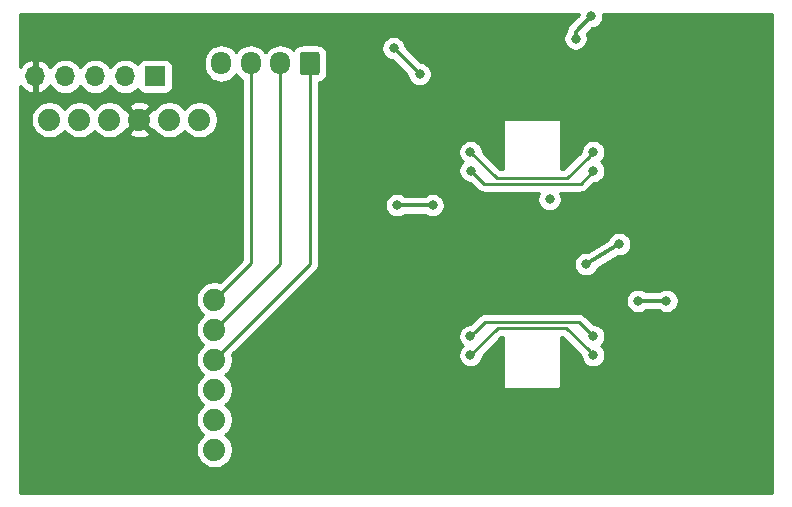
<source format=gbr>
G04 #@! TF.GenerationSoftware,KiCad,Pcbnew,5.1.4*
G04 #@! TF.CreationDate,2019-11-19T13:40:08+01:00*
G04 #@! TF.ProjectId,lamp,6c616d70-2e6b-4696-9361-645f70636258,rev?*
G04 #@! TF.SameCoordinates,Original*
G04 #@! TF.FileFunction,Copper,L2,Bot*
G04 #@! TF.FilePolarity,Positive*
%FSLAX46Y46*%
G04 Gerber Fmt 4.6, Leading zero omitted, Abs format (unit mm)*
G04 Created by KiCad (PCBNEW 5.1.4) date 2019-11-19 13:40:08*
%MOMM*%
%LPD*%
G04 APERTURE LIST*
%ADD10O,1.700000X1.950000*%
%ADD11C,0.100000*%
%ADD12C,1.700000*%
%ADD13C,1.879600*%
%ADD14O,1.700000X1.700000*%
%ADD15R,1.700000X1.700000*%
%ADD16C,0.800000*%
%ADD17C,0.250000*%
%ADD18C,0.350000*%
%ADD19C,0.254000*%
G04 APERTURE END LIST*
D10*
X37700000Y-108900000D03*
X40200000Y-108900000D03*
X42700000Y-108900000D03*
D11*
G36*
X45824504Y-107926204D02*
G01*
X45848773Y-107929804D01*
X45872571Y-107935765D01*
X45895671Y-107944030D01*
X45917849Y-107954520D01*
X45938893Y-107967133D01*
X45958598Y-107981747D01*
X45976777Y-107998223D01*
X45993253Y-108016402D01*
X46007867Y-108036107D01*
X46020480Y-108057151D01*
X46030970Y-108079329D01*
X46039235Y-108102429D01*
X46045196Y-108126227D01*
X46048796Y-108150496D01*
X46050000Y-108175000D01*
X46050000Y-109625000D01*
X46048796Y-109649504D01*
X46045196Y-109673773D01*
X46039235Y-109697571D01*
X46030970Y-109720671D01*
X46020480Y-109742849D01*
X46007867Y-109763893D01*
X45993253Y-109783598D01*
X45976777Y-109801777D01*
X45958598Y-109818253D01*
X45938893Y-109832867D01*
X45917849Y-109845480D01*
X45895671Y-109855970D01*
X45872571Y-109864235D01*
X45848773Y-109870196D01*
X45824504Y-109873796D01*
X45800000Y-109875000D01*
X44600000Y-109875000D01*
X44575496Y-109873796D01*
X44551227Y-109870196D01*
X44527429Y-109864235D01*
X44504329Y-109855970D01*
X44482151Y-109845480D01*
X44461107Y-109832867D01*
X44441402Y-109818253D01*
X44423223Y-109801777D01*
X44406747Y-109783598D01*
X44392133Y-109763893D01*
X44379520Y-109742849D01*
X44369030Y-109720671D01*
X44360765Y-109697571D01*
X44354804Y-109673773D01*
X44351204Y-109649504D01*
X44350000Y-109625000D01*
X44350000Y-108175000D01*
X44351204Y-108150496D01*
X44354804Y-108126227D01*
X44360765Y-108102429D01*
X44369030Y-108079329D01*
X44379520Y-108057151D01*
X44392133Y-108036107D01*
X44406747Y-108016402D01*
X44423223Y-107998223D01*
X44441402Y-107981747D01*
X44461107Y-107967133D01*
X44482151Y-107954520D01*
X44504329Y-107944030D01*
X44527429Y-107935765D01*
X44551227Y-107929804D01*
X44575496Y-107926204D01*
X44600000Y-107925000D01*
X45800000Y-107925000D01*
X45824504Y-107926204D01*
X45824504Y-107926204D01*
G37*
D12*
X45200000Y-108900000D03*
D13*
X37120000Y-131440000D03*
X37120000Y-141600000D03*
X35850000Y-113660000D03*
X30770000Y-113660000D03*
X37120000Y-139060000D03*
X25690000Y-113660000D03*
X33310000Y-113660000D03*
X23150000Y-113660000D03*
X28230000Y-113660000D03*
X37120000Y-133980000D03*
X37120000Y-136520000D03*
X37120000Y-128900000D03*
D14*
X21940000Y-110000000D03*
X24480000Y-110000000D03*
X27020000Y-110000000D03*
X29560000Y-110000000D03*
D15*
X32100000Y-110000000D03*
D16*
X69200000Y-116400000D03*
X58800000Y-116400000D03*
X69200000Y-118000000D03*
X58823015Y-117976985D03*
X58800000Y-133600000D03*
X69200000Y-133600000D03*
X58800000Y-132000000D03*
X69200000Y-132000000D03*
X75400000Y-117800000D03*
X60150000Y-138650000D03*
X70700000Y-119600000D03*
X69300000Y-130400000D03*
X65600000Y-109100000D03*
X58500000Y-119600000D03*
X53950000Y-130550000D03*
X71400000Y-125800000D03*
X67700000Y-106800000D03*
X69000000Y-104900000D03*
X65500000Y-120400000D03*
X71400000Y-124200000D03*
X68600000Y-125900000D03*
X73000000Y-129000000D03*
X75400000Y-129000000D03*
X55600000Y-120900000D03*
X52600000Y-120900000D03*
X54500000Y-109800000D03*
X52300000Y-107600000D03*
D17*
X68800001Y-116799999D02*
X69200000Y-116400000D01*
X66974990Y-118625010D02*
X68800001Y-116799999D01*
X61025010Y-118625010D02*
X66974990Y-118625010D01*
X58800000Y-116400000D02*
X61025010Y-118625010D01*
X69200000Y-118000000D02*
X68124979Y-119075021D01*
X59223014Y-118376984D02*
X58823015Y-117976985D01*
X68124979Y-119075021D02*
X59921051Y-119075021D01*
X59921051Y-119075021D02*
X59223014Y-118376984D01*
X66900000Y-131300000D02*
X68800001Y-133200001D01*
X68800001Y-133200001D02*
X69200000Y-133600000D01*
X58800000Y-133600000D02*
X61100000Y-131300000D01*
X61100000Y-131300000D02*
X66900000Y-131300000D01*
X59199999Y-131600001D02*
X58800000Y-132000000D01*
X69200000Y-132000000D02*
X68000000Y-130800000D01*
X60000000Y-130800000D02*
X59199999Y-131600001D01*
X68000000Y-130800000D02*
X60000000Y-130800000D01*
D18*
X67700000Y-106800000D02*
X67700000Y-106200000D01*
X67700000Y-106200000D02*
X69000000Y-104900000D01*
X68600000Y-125900000D02*
X71400000Y-124200000D01*
X73000000Y-129000000D02*
X75400000Y-129000000D01*
X55600000Y-120900000D02*
X52600000Y-120900000D01*
X54500000Y-109800000D02*
X52300000Y-107600000D01*
D17*
X42700000Y-125860000D02*
X37120000Y-131440000D01*
X42700000Y-108600000D02*
X42700000Y-125860000D01*
X45200000Y-125900000D02*
X45200000Y-108600000D01*
X37120000Y-133980000D02*
X45200000Y-125900000D01*
X40200000Y-125820000D02*
X37120000Y-128900000D01*
X40200000Y-108600000D02*
X40200000Y-125820000D01*
D19*
G36*
X67967129Y-104787359D02*
G01*
X67155383Y-105599105D01*
X67124473Y-105624472D01*
X67099108Y-105655380D01*
X67023251Y-105747811D01*
X66992804Y-105804774D01*
X66948037Y-105888527D01*
X66901720Y-106041212D01*
X66891260Y-106147414D01*
X66782795Y-106309744D01*
X66704774Y-106498102D01*
X66665000Y-106698061D01*
X66665000Y-106901939D01*
X66704774Y-107101898D01*
X66782795Y-107290256D01*
X66896063Y-107459774D01*
X67040226Y-107603937D01*
X67209744Y-107717205D01*
X67398102Y-107795226D01*
X67598061Y-107835000D01*
X67801939Y-107835000D01*
X68001898Y-107795226D01*
X68190256Y-107717205D01*
X68359774Y-107603937D01*
X68503937Y-107459774D01*
X68617205Y-107290256D01*
X68695226Y-107101898D01*
X68735000Y-106901939D01*
X68735000Y-106698061D01*
X68695226Y-106498102D01*
X68651932Y-106393581D01*
X69112641Y-105932871D01*
X69301898Y-105895226D01*
X69490256Y-105817205D01*
X69659774Y-105703937D01*
X69803937Y-105559774D01*
X69917205Y-105390256D01*
X69995226Y-105201898D01*
X70035000Y-105001939D01*
X70035000Y-104798061D01*
X70014500Y-104695000D01*
X84305001Y-104695000D01*
X84305000Y-145305000D01*
X20695000Y-145305000D01*
X20695000Y-128744896D01*
X35545200Y-128744896D01*
X35545200Y-129055104D01*
X35605718Y-129359352D01*
X35724430Y-129645948D01*
X35896773Y-129903877D01*
X36116123Y-130123227D01*
X36186124Y-130170000D01*
X36116123Y-130216773D01*
X35896773Y-130436123D01*
X35724430Y-130694052D01*
X35605718Y-130980648D01*
X35545200Y-131284896D01*
X35545200Y-131595104D01*
X35605718Y-131899352D01*
X35724430Y-132185948D01*
X35896773Y-132443877D01*
X36116123Y-132663227D01*
X36186124Y-132710000D01*
X36116123Y-132756773D01*
X35896773Y-132976123D01*
X35724430Y-133234052D01*
X35605718Y-133520648D01*
X35545200Y-133824896D01*
X35545200Y-134135104D01*
X35605718Y-134439352D01*
X35724430Y-134725948D01*
X35896773Y-134983877D01*
X36116123Y-135203227D01*
X36186124Y-135250000D01*
X36116123Y-135296773D01*
X35896773Y-135516123D01*
X35724430Y-135774052D01*
X35605718Y-136060648D01*
X35545200Y-136364896D01*
X35545200Y-136675104D01*
X35605718Y-136979352D01*
X35724430Y-137265948D01*
X35896773Y-137523877D01*
X36116123Y-137743227D01*
X36186124Y-137790000D01*
X36116123Y-137836773D01*
X35896773Y-138056123D01*
X35724430Y-138314052D01*
X35605718Y-138600648D01*
X35545200Y-138904896D01*
X35545200Y-139215104D01*
X35605718Y-139519352D01*
X35724430Y-139805948D01*
X35896773Y-140063877D01*
X36116123Y-140283227D01*
X36186124Y-140330000D01*
X36116123Y-140376773D01*
X35896773Y-140596123D01*
X35724430Y-140854052D01*
X35605718Y-141140648D01*
X35545200Y-141444896D01*
X35545200Y-141755104D01*
X35605718Y-142059352D01*
X35724430Y-142345948D01*
X35896773Y-142603877D01*
X36116123Y-142823227D01*
X36374052Y-142995570D01*
X36660648Y-143114282D01*
X36964896Y-143174800D01*
X37275104Y-143174800D01*
X37579352Y-143114282D01*
X37865948Y-142995570D01*
X38123877Y-142823227D01*
X38343227Y-142603877D01*
X38515570Y-142345948D01*
X38634282Y-142059352D01*
X38694800Y-141755104D01*
X38694800Y-141444896D01*
X38634282Y-141140648D01*
X38515570Y-140854052D01*
X38343227Y-140596123D01*
X38123877Y-140376773D01*
X38053876Y-140330000D01*
X38123877Y-140283227D01*
X38343227Y-140063877D01*
X38515570Y-139805948D01*
X38634282Y-139519352D01*
X38694800Y-139215104D01*
X38694800Y-138904896D01*
X38634282Y-138600648D01*
X38515570Y-138314052D01*
X38343227Y-138056123D01*
X38123877Y-137836773D01*
X38053876Y-137790000D01*
X38123877Y-137743227D01*
X38343227Y-137523877D01*
X38515570Y-137265948D01*
X38634282Y-136979352D01*
X38694800Y-136675104D01*
X38694800Y-136364896D01*
X38634282Y-136060648D01*
X38515570Y-135774052D01*
X38343227Y-135516123D01*
X38123877Y-135296773D01*
X38053876Y-135250000D01*
X38123877Y-135203227D01*
X38343227Y-134983877D01*
X38515570Y-134725948D01*
X38634282Y-134439352D01*
X38694800Y-134135104D01*
X38694800Y-133824896D01*
X38637579Y-133537222D01*
X40276740Y-131898061D01*
X57765000Y-131898061D01*
X57765000Y-132101939D01*
X57804774Y-132301898D01*
X57882795Y-132490256D01*
X57996063Y-132659774D01*
X58136289Y-132800000D01*
X57996063Y-132940226D01*
X57882795Y-133109744D01*
X57804774Y-133298102D01*
X57765000Y-133498061D01*
X57765000Y-133701939D01*
X57804774Y-133901898D01*
X57882795Y-134090256D01*
X57996063Y-134259774D01*
X58140226Y-134403937D01*
X58309744Y-134517205D01*
X58498102Y-134595226D01*
X58698061Y-134635000D01*
X58901939Y-134635000D01*
X59101898Y-134595226D01*
X59290256Y-134517205D01*
X59459774Y-134403937D01*
X59603937Y-134259774D01*
X59717205Y-134090256D01*
X59795226Y-133901898D01*
X59835000Y-133701939D01*
X59835000Y-133639801D01*
X61414802Y-132060000D01*
X61573000Y-132060000D01*
X61573000Y-136300000D01*
X61575440Y-136324776D01*
X61582667Y-136348601D01*
X61594403Y-136370557D01*
X61610197Y-136389803D01*
X61629443Y-136405597D01*
X61651399Y-136417333D01*
X61675224Y-136424560D01*
X61700000Y-136427000D01*
X66300000Y-136427000D01*
X66324776Y-136424560D01*
X66348601Y-136417333D01*
X66370557Y-136405597D01*
X66389803Y-136389803D01*
X66405597Y-136370557D01*
X66417333Y-136348601D01*
X66424560Y-136324776D01*
X66427000Y-136300000D01*
X66427000Y-132060000D01*
X66585199Y-132060000D01*
X68165000Y-133639802D01*
X68165000Y-133701939D01*
X68204774Y-133901898D01*
X68282795Y-134090256D01*
X68396063Y-134259774D01*
X68540226Y-134403937D01*
X68709744Y-134517205D01*
X68898102Y-134595226D01*
X69098061Y-134635000D01*
X69301939Y-134635000D01*
X69501898Y-134595226D01*
X69690256Y-134517205D01*
X69859774Y-134403937D01*
X70003937Y-134259774D01*
X70117205Y-134090256D01*
X70195226Y-133901898D01*
X70235000Y-133701939D01*
X70235000Y-133498061D01*
X70195226Y-133298102D01*
X70117205Y-133109744D01*
X70003937Y-132940226D01*
X69863711Y-132800000D01*
X70003937Y-132659774D01*
X70117205Y-132490256D01*
X70195226Y-132301898D01*
X70235000Y-132101939D01*
X70235000Y-131898061D01*
X70195226Y-131698102D01*
X70117205Y-131509744D01*
X70003937Y-131340226D01*
X69859774Y-131196063D01*
X69690256Y-131082795D01*
X69501898Y-131004774D01*
X69301939Y-130965000D01*
X69239802Y-130965000D01*
X68563804Y-130289003D01*
X68540001Y-130259999D01*
X68424276Y-130165026D01*
X68292247Y-130094454D01*
X68148986Y-130050997D01*
X68037333Y-130040000D01*
X68037322Y-130040000D01*
X68000000Y-130036324D01*
X67962678Y-130040000D01*
X60037322Y-130040000D01*
X59999999Y-130036324D01*
X59962676Y-130040000D01*
X59962667Y-130040000D01*
X59851014Y-130050997D01*
X59707753Y-130094454D01*
X59575724Y-130165026D01*
X59459999Y-130259999D01*
X59436201Y-130288998D01*
X58760199Y-130965000D01*
X58698061Y-130965000D01*
X58498102Y-131004774D01*
X58309744Y-131082795D01*
X58140226Y-131196063D01*
X57996063Y-131340226D01*
X57882795Y-131509744D01*
X57804774Y-131698102D01*
X57765000Y-131898061D01*
X40276740Y-131898061D01*
X43276740Y-128898061D01*
X71965000Y-128898061D01*
X71965000Y-129101939D01*
X72004774Y-129301898D01*
X72082795Y-129490256D01*
X72196063Y-129659774D01*
X72340226Y-129803937D01*
X72509744Y-129917205D01*
X72698102Y-129995226D01*
X72898061Y-130035000D01*
X73101939Y-130035000D01*
X73301898Y-129995226D01*
X73490256Y-129917205D01*
X73650700Y-129810000D01*
X74749300Y-129810000D01*
X74909744Y-129917205D01*
X75098102Y-129995226D01*
X75298061Y-130035000D01*
X75501939Y-130035000D01*
X75701898Y-129995226D01*
X75890256Y-129917205D01*
X76059774Y-129803937D01*
X76203937Y-129659774D01*
X76317205Y-129490256D01*
X76395226Y-129301898D01*
X76435000Y-129101939D01*
X76435000Y-128898061D01*
X76395226Y-128698102D01*
X76317205Y-128509744D01*
X76203937Y-128340226D01*
X76059774Y-128196063D01*
X75890256Y-128082795D01*
X75701898Y-128004774D01*
X75501939Y-127965000D01*
X75298061Y-127965000D01*
X75098102Y-128004774D01*
X74909744Y-128082795D01*
X74749300Y-128190000D01*
X73650700Y-128190000D01*
X73490256Y-128082795D01*
X73301898Y-128004774D01*
X73101939Y-127965000D01*
X72898061Y-127965000D01*
X72698102Y-128004774D01*
X72509744Y-128082795D01*
X72340226Y-128196063D01*
X72196063Y-128340226D01*
X72082795Y-128509744D01*
X72004774Y-128698102D01*
X71965000Y-128898061D01*
X43276740Y-128898061D01*
X45711004Y-126463798D01*
X45740001Y-126440001D01*
X45834974Y-126324276D01*
X45905546Y-126192247D01*
X45949003Y-126048986D01*
X45960000Y-125937333D01*
X45960000Y-125937332D01*
X45963677Y-125900000D01*
X45960000Y-125862667D01*
X45960000Y-125798061D01*
X67565000Y-125798061D01*
X67565000Y-126001939D01*
X67604774Y-126201898D01*
X67682795Y-126390256D01*
X67796063Y-126559774D01*
X67940226Y-126703937D01*
X68109744Y-126817205D01*
X68298102Y-126895226D01*
X68498061Y-126935000D01*
X68701939Y-126935000D01*
X68901898Y-126895226D01*
X69090256Y-126817205D01*
X69259774Y-126703937D01*
X69403937Y-126559774D01*
X69517205Y-126390256D01*
X69572282Y-126257289D01*
X71266420Y-125228706D01*
X71298061Y-125235000D01*
X71501939Y-125235000D01*
X71701898Y-125195226D01*
X71890256Y-125117205D01*
X72059774Y-125003937D01*
X72203937Y-124859774D01*
X72317205Y-124690256D01*
X72395226Y-124501898D01*
X72435000Y-124301939D01*
X72435000Y-124098061D01*
X72395226Y-123898102D01*
X72317205Y-123709744D01*
X72203937Y-123540226D01*
X72059774Y-123396063D01*
X71890256Y-123282795D01*
X71701898Y-123204774D01*
X71501939Y-123165000D01*
X71298061Y-123165000D01*
X71098102Y-123204774D01*
X70909744Y-123282795D01*
X70740226Y-123396063D01*
X70596063Y-123540226D01*
X70482795Y-123709744D01*
X70427718Y-123842710D01*
X68733581Y-124871294D01*
X68701939Y-124865000D01*
X68498061Y-124865000D01*
X68298102Y-124904774D01*
X68109744Y-124982795D01*
X67940226Y-125096063D01*
X67796063Y-125240226D01*
X67682795Y-125409744D01*
X67604774Y-125598102D01*
X67565000Y-125798061D01*
X45960000Y-125798061D01*
X45960000Y-120798061D01*
X51565000Y-120798061D01*
X51565000Y-121001939D01*
X51604774Y-121201898D01*
X51682795Y-121390256D01*
X51796063Y-121559774D01*
X51940226Y-121703937D01*
X52109744Y-121817205D01*
X52298102Y-121895226D01*
X52498061Y-121935000D01*
X52701939Y-121935000D01*
X52901898Y-121895226D01*
X53090256Y-121817205D01*
X53250700Y-121710000D01*
X54949300Y-121710000D01*
X55109744Y-121817205D01*
X55298102Y-121895226D01*
X55498061Y-121935000D01*
X55701939Y-121935000D01*
X55901898Y-121895226D01*
X56090256Y-121817205D01*
X56259774Y-121703937D01*
X56403937Y-121559774D01*
X56517205Y-121390256D01*
X56595226Y-121201898D01*
X56635000Y-121001939D01*
X56635000Y-120798061D01*
X56595226Y-120598102D01*
X56517205Y-120409744D01*
X56403937Y-120240226D01*
X56259774Y-120096063D01*
X56090256Y-119982795D01*
X55901898Y-119904774D01*
X55701939Y-119865000D01*
X55498061Y-119865000D01*
X55298102Y-119904774D01*
X55109744Y-119982795D01*
X54949300Y-120090000D01*
X53250700Y-120090000D01*
X53090256Y-119982795D01*
X52901898Y-119904774D01*
X52701939Y-119865000D01*
X52498061Y-119865000D01*
X52298102Y-119904774D01*
X52109744Y-119982795D01*
X51940226Y-120096063D01*
X51796063Y-120240226D01*
X51682795Y-120409744D01*
X51604774Y-120598102D01*
X51565000Y-120798061D01*
X45960000Y-120798061D01*
X45960000Y-116298061D01*
X57765000Y-116298061D01*
X57765000Y-116501939D01*
X57804774Y-116701898D01*
X57882795Y-116890256D01*
X57996063Y-117059774D01*
X58136289Y-117200000D01*
X58019078Y-117317211D01*
X57905810Y-117486729D01*
X57827789Y-117675087D01*
X57788015Y-117875046D01*
X57788015Y-118078924D01*
X57827789Y-118278883D01*
X57905810Y-118467241D01*
X58019078Y-118636759D01*
X58163241Y-118780922D01*
X58332759Y-118894190D01*
X58521117Y-118972211D01*
X58721076Y-119011985D01*
X58783214Y-119011985D01*
X59357256Y-119586029D01*
X59381050Y-119615022D01*
X59410043Y-119638816D01*
X59410047Y-119638820D01*
X59480736Y-119696832D01*
X59496775Y-119709995D01*
X59628804Y-119780567D01*
X59772065Y-119824024D01*
X59883718Y-119835021D01*
X59883727Y-119835021D01*
X59921050Y-119838697D01*
X59958373Y-119835021D01*
X64632723Y-119835021D01*
X64582795Y-119909744D01*
X64504774Y-120098102D01*
X64465000Y-120298061D01*
X64465000Y-120501939D01*
X64504774Y-120701898D01*
X64582795Y-120890256D01*
X64696063Y-121059774D01*
X64840226Y-121203937D01*
X65009744Y-121317205D01*
X65198102Y-121395226D01*
X65398061Y-121435000D01*
X65601939Y-121435000D01*
X65801898Y-121395226D01*
X65990256Y-121317205D01*
X66159774Y-121203937D01*
X66303937Y-121059774D01*
X66417205Y-120890256D01*
X66495226Y-120701898D01*
X66535000Y-120501939D01*
X66535000Y-120298061D01*
X66495226Y-120098102D01*
X66417205Y-119909744D01*
X66367277Y-119835021D01*
X68087657Y-119835021D01*
X68124979Y-119838697D01*
X68162301Y-119835021D01*
X68162312Y-119835021D01*
X68273965Y-119824024D01*
X68417226Y-119780567D01*
X68549255Y-119709995D01*
X68664980Y-119615022D01*
X68688783Y-119586019D01*
X69239802Y-119035000D01*
X69301939Y-119035000D01*
X69501898Y-118995226D01*
X69690256Y-118917205D01*
X69859774Y-118803937D01*
X70003937Y-118659774D01*
X70117205Y-118490256D01*
X70195226Y-118301898D01*
X70235000Y-118101939D01*
X70235000Y-117898061D01*
X70195226Y-117698102D01*
X70117205Y-117509744D01*
X70003937Y-117340226D01*
X69863711Y-117200000D01*
X70003937Y-117059774D01*
X70117205Y-116890256D01*
X70195226Y-116701898D01*
X70235000Y-116501939D01*
X70235000Y-116298061D01*
X70195226Y-116098102D01*
X70117205Y-115909744D01*
X70003937Y-115740226D01*
X69859774Y-115596063D01*
X69690256Y-115482795D01*
X69501898Y-115404774D01*
X69301939Y-115365000D01*
X69098061Y-115365000D01*
X68898102Y-115404774D01*
X68709744Y-115482795D01*
X68540226Y-115596063D01*
X68396063Y-115740226D01*
X68282795Y-115909744D01*
X68204774Y-116098102D01*
X68165000Y-116298061D01*
X68165000Y-116360198D01*
X66660189Y-117865010D01*
X66427000Y-117865010D01*
X66427000Y-113700000D01*
X66424560Y-113675224D01*
X66417333Y-113651399D01*
X66405597Y-113629443D01*
X66389803Y-113610197D01*
X66370557Y-113594403D01*
X66348601Y-113582667D01*
X66324776Y-113575440D01*
X66300000Y-113573000D01*
X61700000Y-113573000D01*
X61675224Y-113575440D01*
X61651399Y-113582667D01*
X61629443Y-113594403D01*
X61610197Y-113610197D01*
X61594403Y-113629443D01*
X61582667Y-113651399D01*
X61575440Y-113675224D01*
X61573000Y-113700000D01*
X61573000Y-117865010D01*
X61339812Y-117865010D01*
X59835000Y-116360199D01*
X59835000Y-116298061D01*
X59795226Y-116098102D01*
X59717205Y-115909744D01*
X59603937Y-115740226D01*
X59459774Y-115596063D01*
X59290256Y-115482795D01*
X59101898Y-115404774D01*
X58901939Y-115365000D01*
X58698061Y-115365000D01*
X58498102Y-115404774D01*
X58309744Y-115482795D01*
X58140226Y-115596063D01*
X57996063Y-115740226D01*
X57882795Y-115909744D01*
X57804774Y-116098102D01*
X57765000Y-116298061D01*
X45960000Y-116298061D01*
X45960000Y-110497313D01*
X45973254Y-110496008D01*
X46139850Y-110445472D01*
X46293386Y-110363405D01*
X46427962Y-110252962D01*
X46538405Y-110118386D01*
X46620472Y-109964850D01*
X46671008Y-109798254D01*
X46688072Y-109625000D01*
X46688072Y-108175000D01*
X46671008Y-108001746D01*
X46620472Y-107835150D01*
X46538405Y-107681614D01*
X46427962Y-107547038D01*
X46368283Y-107498061D01*
X51265000Y-107498061D01*
X51265000Y-107701939D01*
X51304774Y-107901898D01*
X51382795Y-108090256D01*
X51496063Y-108259774D01*
X51640226Y-108403937D01*
X51809744Y-108517205D01*
X51998102Y-108595226D01*
X52187359Y-108632871D01*
X53467129Y-109912642D01*
X53504774Y-110101898D01*
X53582795Y-110290256D01*
X53696063Y-110459774D01*
X53840226Y-110603937D01*
X54009744Y-110717205D01*
X54198102Y-110795226D01*
X54398061Y-110835000D01*
X54601939Y-110835000D01*
X54801898Y-110795226D01*
X54990256Y-110717205D01*
X55159774Y-110603937D01*
X55303937Y-110459774D01*
X55417205Y-110290256D01*
X55495226Y-110101898D01*
X55535000Y-109901939D01*
X55535000Y-109698061D01*
X55495226Y-109498102D01*
X55417205Y-109309744D01*
X55303937Y-109140226D01*
X55159774Y-108996063D01*
X54990256Y-108882795D01*
X54801898Y-108804774D01*
X54612642Y-108767129D01*
X53332871Y-107487359D01*
X53295226Y-107298102D01*
X53217205Y-107109744D01*
X53103937Y-106940226D01*
X52959774Y-106796063D01*
X52790256Y-106682795D01*
X52601898Y-106604774D01*
X52401939Y-106565000D01*
X52198061Y-106565000D01*
X51998102Y-106604774D01*
X51809744Y-106682795D01*
X51640226Y-106796063D01*
X51496063Y-106940226D01*
X51382795Y-107109744D01*
X51304774Y-107298102D01*
X51265000Y-107498061D01*
X46368283Y-107498061D01*
X46293386Y-107436595D01*
X46139850Y-107354528D01*
X45973254Y-107303992D01*
X45800000Y-107286928D01*
X44600000Y-107286928D01*
X44426746Y-107303992D01*
X44260150Y-107354528D01*
X44106614Y-107436595D01*
X43972038Y-107547038D01*
X43861595Y-107681614D01*
X43807223Y-107783337D01*
X43755134Y-107719866D01*
X43529014Y-107534294D01*
X43271034Y-107396401D01*
X42991111Y-107311487D01*
X42700000Y-107282815D01*
X42408890Y-107311487D01*
X42128967Y-107396401D01*
X41870987Y-107534294D01*
X41644866Y-107719866D01*
X41459294Y-107945986D01*
X41450000Y-107963374D01*
X41440706Y-107945986D01*
X41255134Y-107719866D01*
X41029014Y-107534294D01*
X40771034Y-107396401D01*
X40491111Y-107311487D01*
X40200000Y-107282815D01*
X39908890Y-107311487D01*
X39628967Y-107396401D01*
X39370987Y-107534294D01*
X39144866Y-107719866D01*
X38959294Y-107945986D01*
X38950000Y-107963374D01*
X38940706Y-107945986D01*
X38755134Y-107719866D01*
X38529014Y-107534294D01*
X38271034Y-107396401D01*
X37991111Y-107311487D01*
X37700000Y-107282815D01*
X37408890Y-107311487D01*
X37128967Y-107396401D01*
X36870987Y-107534294D01*
X36644866Y-107719866D01*
X36459294Y-107945986D01*
X36321401Y-108203966D01*
X36236487Y-108483889D01*
X36215000Y-108702050D01*
X36215000Y-109097949D01*
X36236487Y-109316110D01*
X36321401Y-109596033D01*
X36459294Y-109854013D01*
X36644866Y-110080134D01*
X36870986Y-110265706D01*
X37128966Y-110403599D01*
X37408889Y-110488513D01*
X37700000Y-110517185D01*
X37991110Y-110488513D01*
X38271033Y-110403599D01*
X38529013Y-110265706D01*
X38755134Y-110080134D01*
X38940706Y-109854014D01*
X38950000Y-109836626D01*
X38959294Y-109854013D01*
X39144866Y-110080134D01*
X39370986Y-110265706D01*
X39440000Y-110302595D01*
X39440001Y-125505197D01*
X37562778Y-127382421D01*
X37275104Y-127325200D01*
X36964896Y-127325200D01*
X36660648Y-127385718D01*
X36374052Y-127504430D01*
X36116123Y-127676773D01*
X35896773Y-127896123D01*
X35724430Y-128154052D01*
X35605718Y-128440648D01*
X35545200Y-128744896D01*
X20695000Y-128744896D01*
X20695000Y-113504896D01*
X21575200Y-113504896D01*
X21575200Y-113815104D01*
X21635718Y-114119352D01*
X21754430Y-114405948D01*
X21926773Y-114663877D01*
X22146123Y-114883227D01*
X22404052Y-115055570D01*
X22690648Y-115174282D01*
X22994896Y-115234800D01*
X23305104Y-115234800D01*
X23609352Y-115174282D01*
X23895948Y-115055570D01*
X24153877Y-114883227D01*
X24373227Y-114663877D01*
X24420000Y-114593876D01*
X24466773Y-114663877D01*
X24686123Y-114883227D01*
X24944052Y-115055570D01*
X25230648Y-115174282D01*
X25534896Y-115234800D01*
X25845104Y-115234800D01*
X26149352Y-115174282D01*
X26435948Y-115055570D01*
X26693877Y-114883227D01*
X26913227Y-114663877D01*
X26960000Y-114593876D01*
X27006773Y-114663877D01*
X27226123Y-114883227D01*
X27484052Y-115055570D01*
X27770648Y-115174282D01*
X28074896Y-115234800D01*
X28385104Y-115234800D01*
X28689352Y-115174282D01*
X28975948Y-115055570D01*
X29233877Y-114883227D01*
X29364628Y-114752476D01*
X29857129Y-114752476D01*
X29945623Y-115010723D01*
X30224976Y-115145597D01*
X30525275Y-115223381D01*
X30834977Y-115241084D01*
X31142184Y-115198027D01*
X31435086Y-115095865D01*
X31594377Y-115010723D01*
X31682871Y-114752476D01*
X30770000Y-113839605D01*
X29857129Y-114752476D01*
X29364628Y-114752476D01*
X29453227Y-114663877D01*
X29544495Y-114527286D01*
X29677524Y-114572871D01*
X30590395Y-113660000D01*
X30949605Y-113660000D01*
X31862476Y-114572871D01*
X31995505Y-114527286D01*
X32086773Y-114663877D01*
X32306123Y-114883227D01*
X32564052Y-115055570D01*
X32850648Y-115174282D01*
X33154896Y-115234800D01*
X33465104Y-115234800D01*
X33769352Y-115174282D01*
X34055948Y-115055570D01*
X34313877Y-114883227D01*
X34533227Y-114663877D01*
X34580000Y-114593876D01*
X34626773Y-114663877D01*
X34846123Y-114883227D01*
X35104052Y-115055570D01*
X35390648Y-115174282D01*
X35694896Y-115234800D01*
X36005104Y-115234800D01*
X36309352Y-115174282D01*
X36595948Y-115055570D01*
X36853877Y-114883227D01*
X37073227Y-114663877D01*
X37245570Y-114405948D01*
X37364282Y-114119352D01*
X37424800Y-113815104D01*
X37424800Y-113504896D01*
X37364282Y-113200648D01*
X37245570Y-112914052D01*
X37073227Y-112656123D01*
X36853877Y-112436773D01*
X36595948Y-112264430D01*
X36309352Y-112145718D01*
X36005104Y-112085200D01*
X35694896Y-112085200D01*
X35390648Y-112145718D01*
X35104052Y-112264430D01*
X34846123Y-112436773D01*
X34626773Y-112656123D01*
X34580000Y-112726124D01*
X34533227Y-112656123D01*
X34313877Y-112436773D01*
X34055948Y-112264430D01*
X33769352Y-112145718D01*
X33465104Y-112085200D01*
X33154896Y-112085200D01*
X32850648Y-112145718D01*
X32564052Y-112264430D01*
X32306123Y-112436773D01*
X32086773Y-112656123D01*
X31995505Y-112792714D01*
X31862476Y-112747129D01*
X30949605Y-113660000D01*
X30590395Y-113660000D01*
X29677524Y-112747129D01*
X29544495Y-112792714D01*
X29453227Y-112656123D01*
X29364628Y-112567524D01*
X29857129Y-112567524D01*
X30770000Y-113480395D01*
X31682871Y-112567524D01*
X31594377Y-112309277D01*
X31315024Y-112174403D01*
X31014725Y-112096619D01*
X30705023Y-112078916D01*
X30397816Y-112121973D01*
X30104914Y-112224135D01*
X29945623Y-112309277D01*
X29857129Y-112567524D01*
X29364628Y-112567524D01*
X29233877Y-112436773D01*
X28975948Y-112264430D01*
X28689352Y-112145718D01*
X28385104Y-112085200D01*
X28074896Y-112085200D01*
X27770648Y-112145718D01*
X27484052Y-112264430D01*
X27226123Y-112436773D01*
X27006773Y-112656123D01*
X26960000Y-112726124D01*
X26913227Y-112656123D01*
X26693877Y-112436773D01*
X26435948Y-112264430D01*
X26149352Y-112145718D01*
X25845104Y-112085200D01*
X25534896Y-112085200D01*
X25230648Y-112145718D01*
X24944052Y-112264430D01*
X24686123Y-112436773D01*
X24466773Y-112656123D01*
X24420000Y-112726124D01*
X24373227Y-112656123D01*
X24153877Y-112436773D01*
X23895948Y-112264430D01*
X23609352Y-112145718D01*
X23305104Y-112085200D01*
X22994896Y-112085200D01*
X22690648Y-112145718D01*
X22404052Y-112264430D01*
X22146123Y-112436773D01*
X21926773Y-112656123D01*
X21754430Y-112914052D01*
X21635718Y-113200648D01*
X21575200Y-113504896D01*
X20695000Y-113504896D01*
X20695000Y-110797715D01*
X20744822Y-110881355D01*
X20939731Y-111097588D01*
X21173080Y-111271641D01*
X21435901Y-111396825D01*
X21583110Y-111441476D01*
X21813000Y-111320155D01*
X21813000Y-110127000D01*
X21793000Y-110127000D01*
X21793000Y-109873000D01*
X21813000Y-109873000D01*
X21813000Y-108679845D01*
X22067000Y-108679845D01*
X22067000Y-109873000D01*
X22087000Y-109873000D01*
X22087000Y-110127000D01*
X22067000Y-110127000D01*
X22067000Y-111320155D01*
X22296890Y-111441476D01*
X22444099Y-111396825D01*
X22706920Y-111271641D01*
X22940269Y-111097588D01*
X23135178Y-110881355D01*
X23204799Y-110764477D01*
X23239294Y-110829014D01*
X23424866Y-111055134D01*
X23650986Y-111240706D01*
X23908966Y-111378599D01*
X24188889Y-111463513D01*
X24407050Y-111485000D01*
X24552950Y-111485000D01*
X24771111Y-111463513D01*
X25051034Y-111378599D01*
X25309014Y-111240706D01*
X25535134Y-111055134D01*
X25720706Y-110829014D01*
X25750000Y-110774209D01*
X25779294Y-110829014D01*
X25964866Y-111055134D01*
X26190986Y-111240706D01*
X26448966Y-111378599D01*
X26728889Y-111463513D01*
X26947050Y-111485000D01*
X27092950Y-111485000D01*
X27311111Y-111463513D01*
X27591034Y-111378599D01*
X27849014Y-111240706D01*
X28075134Y-111055134D01*
X28260706Y-110829014D01*
X28290000Y-110774209D01*
X28319294Y-110829014D01*
X28504866Y-111055134D01*
X28730986Y-111240706D01*
X28988966Y-111378599D01*
X29268889Y-111463513D01*
X29487050Y-111485000D01*
X29632950Y-111485000D01*
X29851111Y-111463513D01*
X30131034Y-111378599D01*
X30389014Y-111240706D01*
X30615134Y-111055134D01*
X30639607Y-111025313D01*
X30660498Y-111094180D01*
X30719463Y-111204494D01*
X30798815Y-111301185D01*
X30895506Y-111380537D01*
X31005820Y-111439502D01*
X31125518Y-111475812D01*
X31250000Y-111488072D01*
X32950000Y-111488072D01*
X33074482Y-111475812D01*
X33194180Y-111439502D01*
X33304494Y-111380537D01*
X33401185Y-111301185D01*
X33480537Y-111204494D01*
X33539502Y-111094180D01*
X33575812Y-110974482D01*
X33588072Y-110850000D01*
X33588072Y-109150000D01*
X33575812Y-109025518D01*
X33539502Y-108905820D01*
X33480537Y-108795506D01*
X33401185Y-108698815D01*
X33304494Y-108619463D01*
X33194180Y-108560498D01*
X33074482Y-108524188D01*
X32950000Y-108511928D01*
X31250000Y-108511928D01*
X31125518Y-108524188D01*
X31005820Y-108560498D01*
X30895506Y-108619463D01*
X30798815Y-108698815D01*
X30719463Y-108795506D01*
X30660498Y-108905820D01*
X30639607Y-108974687D01*
X30615134Y-108944866D01*
X30389014Y-108759294D01*
X30131034Y-108621401D01*
X29851111Y-108536487D01*
X29632950Y-108515000D01*
X29487050Y-108515000D01*
X29268889Y-108536487D01*
X28988966Y-108621401D01*
X28730986Y-108759294D01*
X28504866Y-108944866D01*
X28319294Y-109170986D01*
X28290000Y-109225791D01*
X28260706Y-109170986D01*
X28075134Y-108944866D01*
X27849014Y-108759294D01*
X27591034Y-108621401D01*
X27311111Y-108536487D01*
X27092950Y-108515000D01*
X26947050Y-108515000D01*
X26728889Y-108536487D01*
X26448966Y-108621401D01*
X26190986Y-108759294D01*
X25964866Y-108944866D01*
X25779294Y-109170986D01*
X25750000Y-109225791D01*
X25720706Y-109170986D01*
X25535134Y-108944866D01*
X25309014Y-108759294D01*
X25051034Y-108621401D01*
X24771111Y-108536487D01*
X24552950Y-108515000D01*
X24407050Y-108515000D01*
X24188889Y-108536487D01*
X23908966Y-108621401D01*
X23650986Y-108759294D01*
X23424866Y-108944866D01*
X23239294Y-109170986D01*
X23204799Y-109235523D01*
X23135178Y-109118645D01*
X22940269Y-108902412D01*
X22706920Y-108728359D01*
X22444099Y-108603175D01*
X22296890Y-108558524D01*
X22067000Y-108679845D01*
X21813000Y-108679845D01*
X21583110Y-108558524D01*
X21435901Y-108603175D01*
X21173080Y-108728359D01*
X20939731Y-108902412D01*
X20744822Y-109118645D01*
X20695000Y-109202285D01*
X20695000Y-104695000D01*
X67985500Y-104695000D01*
X67967129Y-104787359D01*
X67967129Y-104787359D01*
G37*
X67967129Y-104787359D02*
X67155383Y-105599105D01*
X67124473Y-105624472D01*
X67099108Y-105655380D01*
X67023251Y-105747811D01*
X66992804Y-105804774D01*
X66948037Y-105888527D01*
X66901720Y-106041212D01*
X66891260Y-106147414D01*
X66782795Y-106309744D01*
X66704774Y-106498102D01*
X66665000Y-106698061D01*
X66665000Y-106901939D01*
X66704774Y-107101898D01*
X66782795Y-107290256D01*
X66896063Y-107459774D01*
X67040226Y-107603937D01*
X67209744Y-107717205D01*
X67398102Y-107795226D01*
X67598061Y-107835000D01*
X67801939Y-107835000D01*
X68001898Y-107795226D01*
X68190256Y-107717205D01*
X68359774Y-107603937D01*
X68503937Y-107459774D01*
X68617205Y-107290256D01*
X68695226Y-107101898D01*
X68735000Y-106901939D01*
X68735000Y-106698061D01*
X68695226Y-106498102D01*
X68651932Y-106393581D01*
X69112641Y-105932871D01*
X69301898Y-105895226D01*
X69490256Y-105817205D01*
X69659774Y-105703937D01*
X69803937Y-105559774D01*
X69917205Y-105390256D01*
X69995226Y-105201898D01*
X70035000Y-105001939D01*
X70035000Y-104798061D01*
X70014500Y-104695000D01*
X84305001Y-104695000D01*
X84305000Y-145305000D01*
X20695000Y-145305000D01*
X20695000Y-128744896D01*
X35545200Y-128744896D01*
X35545200Y-129055104D01*
X35605718Y-129359352D01*
X35724430Y-129645948D01*
X35896773Y-129903877D01*
X36116123Y-130123227D01*
X36186124Y-130170000D01*
X36116123Y-130216773D01*
X35896773Y-130436123D01*
X35724430Y-130694052D01*
X35605718Y-130980648D01*
X35545200Y-131284896D01*
X35545200Y-131595104D01*
X35605718Y-131899352D01*
X35724430Y-132185948D01*
X35896773Y-132443877D01*
X36116123Y-132663227D01*
X36186124Y-132710000D01*
X36116123Y-132756773D01*
X35896773Y-132976123D01*
X35724430Y-133234052D01*
X35605718Y-133520648D01*
X35545200Y-133824896D01*
X35545200Y-134135104D01*
X35605718Y-134439352D01*
X35724430Y-134725948D01*
X35896773Y-134983877D01*
X36116123Y-135203227D01*
X36186124Y-135250000D01*
X36116123Y-135296773D01*
X35896773Y-135516123D01*
X35724430Y-135774052D01*
X35605718Y-136060648D01*
X35545200Y-136364896D01*
X35545200Y-136675104D01*
X35605718Y-136979352D01*
X35724430Y-137265948D01*
X35896773Y-137523877D01*
X36116123Y-137743227D01*
X36186124Y-137790000D01*
X36116123Y-137836773D01*
X35896773Y-138056123D01*
X35724430Y-138314052D01*
X35605718Y-138600648D01*
X35545200Y-138904896D01*
X35545200Y-139215104D01*
X35605718Y-139519352D01*
X35724430Y-139805948D01*
X35896773Y-140063877D01*
X36116123Y-140283227D01*
X36186124Y-140330000D01*
X36116123Y-140376773D01*
X35896773Y-140596123D01*
X35724430Y-140854052D01*
X35605718Y-141140648D01*
X35545200Y-141444896D01*
X35545200Y-141755104D01*
X35605718Y-142059352D01*
X35724430Y-142345948D01*
X35896773Y-142603877D01*
X36116123Y-142823227D01*
X36374052Y-142995570D01*
X36660648Y-143114282D01*
X36964896Y-143174800D01*
X37275104Y-143174800D01*
X37579352Y-143114282D01*
X37865948Y-142995570D01*
X38123877Y-142823227D01*
X38343227Y-142603877D01*
X38515570Y-142345948D01*
X38634282Y-142059352D01*
X38694800Y-141755104D01*
X38694800Y-141444896D01*
X38634282Y-141140648D01*
X38515570Y-140854052D01*
X38343227Y-140596123D01*
X38123877Y-140376773D01*
X38053876Y-140330000D01*
X38123877Y-140283227D01*
X38343227Y-140063877D01*
X38515570Y-139805948D01*
X38634282Y-139519352D01*
X38694800Y-139215104D01*
X38694800Y-138904896D01*
X38634282Y-138600648D01*
X38515570Y-138314052D01*
X38343227Y-138056123D01*
X38123877Y-137836773D01*
X38053876Y-137790000D01*
X38123877Y-137743227D01*
X38343227Y-137523877D01*
X38515570Y-137265948D01*
X38634282Y-136979352D01*
X38694800Y-136675104D01*
X38694800Y-136364896D01*
X38634282Y-136060648D01*
X38515570Y-135774052D01*
X38343227Y-135516123D01*
X38123877Y-135296773D01*
X38053876Y-135250000D01*
X38123877Y-135203227D01*
X38343227Y-134983877D01*
X38515570Y-134725948D01*
X38634282Y-134439352D01*
X38694800Y-134135104D01*
X38694800Y-133824896D01*
X38637579Y-133537222D01*
X40276740Y-131898061D01*
X57765000Y-131898061D01*
X57765000Y-132101939D01*
X57804774Y-132301898D01*
X57882795Y-132490256D01*
X57996063Y-132659774D01*
X58136289Y-132800000D01*
X57996063Y-132940226D01*
X57882795Y-133109744D01*
X57804774Y-133298102D01*
X57765000Y-133498061D01*
X57765000Y-133701939D01*
X57804774Y-133901898D01*
X57882795Y-134090256D01*
X57996063Y-134259774D01*
X58140226Y-134403937D01*
X58309744Y-134517205D01*
X58498102Y-134595226D01*
X58698061Y-134635000D01*
X58901939Y-134635000D01*
X59101898Y-134595226D01*
X59290256Y-134517205D01*
X59459774Y-134403937D01*
X59603937Y-134259774D01*
X59717205Y-134090256D01*
X59795226Y-133901898D01*
X59835000Y-133701939D01*
X59835000Y-133639801D01*
X61414802Y-132060000D01*
X61573000Y-132060000D01*
X61573000Y-136300000D01*
X61575440Y-136324776D01*
X61582667Y-136348601D01*
X61594403Y-136370557D01*
X61610197Y-136389803D01*
X61629443Y-136405597D01*
X61651399Y-136417333D01*
X61675224Y-136424560D01*
X61700000Y-136427000D01*
X66300000Y-136427000D01*
X66324776Y-136424560D01*
X66348601Y-136417333D01*
X66370557Y-136405597D01*
X66389803Y-136389803D01*
X66405597Y-136370557D01*
X66417333Y-136348601D01*
X66424560Y-136324776D01*
X66427000Y-136300000D01*
X66427000Y-132060000D01*
X66585199Y-132060000D01*
X68165000Y-133639802D01*
X68165000Y-133701939D01*
X68204774Y-133901898D01*
X68282795Y-134090256D01*
X68396063Y-134259774D01*
X68540226Y-134403937D01*
X68709744Y-134517205D01*
X68898102Y-134595226D01*
X69098061Y-134635000D01*
X69301939Y-134635000D01*
X69501898Y-134595226D01*
X69690256Y-134517205D01*
X69859774Y-134403937D01*
X70003937Y-134259774D01*
X70117205Y-134090256D01*
X70195226Y-133901898D01*
X70235000Y-133701939D01*
X70235000Y-133498061D01*
X70195226Y-133298102D01*
X70117205Y-133109744D01*
X70003937Y-132940226D01*
X69863711Y-132800000D01*
X70003937Y-132659774D01*
X70117205Y-132490256D01*
X70195226Y-132301898D01*
X70235000Y-132101939D01*
X70235000Y-131898061D01*
X70195226Y-131698102D01*
X70117205Y-131509744D01*
X70003937Y-131340226D01*
X69859774Y-131196063D01*
X69690256Y-131082795D01*
X69501898Y-131004774D01*
X69301939Y-130965000D01*
X69239802Y-130965000D01*
X68563804Y-130289003D01*
X68540001Y-130259999D01*
X68424276Y-130165026D01*
X68292247Y-130094454D01*
X68148986Y-130050997D01*
X68037333Y-130040000D01*
X68037322Y-130040000D01*
X68000000Y-130036324D01*
X67962678Y-130040000D01*
X60037322Y-130040000D01*
X59999999Y-130036324D01*
X59962676Y-130040000D01*
X59962667Y-130040000D01*
X59851014Y-130050997D01*
X59707753Y-130094454D01*
X59575724Y-130165026D01*
X59459999Y-130259999D01*
X59436201Y-130288998D01*
X58760199Y-130965000D01*
X58698061Y-130965000D01*
X58498102Y-131004774D01*
X58309744Y-131082795D01*
X58140226Y-131196063D01*
X57996063Y-131340226D01*
X57882795Y-131509744D01*
X57804774Y-131698102D01*
X57765000Y-131898061D01*
X40276740Y-131898061D01*
X43276740Y-128898061D01*
X71965000Y-128898061D01*
X71965000Y-129101939D01*
X72004774Y-129301898D01*
X72082795Y-129490256D01*
X72196063Y-129659774D01*
X72340226Y-129803937D01*
X72509744Y-129917205D01*
X72698102Y-129995226D01*
X72898061Y-130035000D01*
X73101939Y-130035000D01*
X73301898Y-129995226D01*
X73490256Y-129917205D01*
X73650700Y-129810000D01*
X74749300Y-129810000D01*
X74909744Y-129917205D01*
X75098102Y-129995226D01*
X75298061Y-130035000D01*
X75501939Y-130035000D01*
X75701898Y-129995226D01*
X75890256Y-129917205D01*
X76059774Y-129803937D01*
X76203937Y-129659774D01*
X76317205Y-129490256D01*
X76395226Y-129301898D01*
X76435000Y-129101939D01*
X76435000Y-128898061D01*
X76395226Y-128698102D01*
X76317205Y-128509744D01*
X76203937Y-128340226D01*
X76059774Y-128196063D01*
X75890256Y-128082795D01*
X75701898Y-128004774D01*
X75501939Y-127965000D01*
X75298061Y-127965000D01*
X75098102Y-128004774D01*
X74909744Y-128082795D01*
X74749300Y-128190000D01*
X73650700Y-128190000D01*
X73490256Y-128082795D01*
X73301898Y-128004774D01*
X73101939Y-127965000D01*
X72898061Y-127965000D01*
X72698102Y-128004774D01*
X72509744Y-128082795D01*
X72340226Y-128196063D01*
X72196063Y-128340226D01*
X72082795Y-128509744D01*
X72004774Y-128698102D01*
X71965000Y-128898061D01*
X43276740Y-128898061D01*
X45711004Y-126463798D01*
X45740001Y-126440001D01*
X45834974Y-126324276D01*
X45905546Y-126192247D01*
X45949003Y-126048986D01*
X45960000Y-125937333D01*
X45960000Y-125937332D01*
X45963677Y-125900000D01*
X45960000Y-125862667D01*
X45960000Y-125798061D01*
X67565000Y-125798061D01*
X67565000Y-126001939D01*
X67604774Y-126201898D01*
X67682795Y-126390256D01*
X67796063Y-126559774D01*
X67940226Y-126703937D01*
X68109744Y-126817205D01*
X68298102Y-126895226D01*
X68498061Y-126935000D01*
X68701939Y-126935000D01*
X68901898Y-126895226D01*
X69090256Y-126817205D01*
X69259774Y-126703937D01*
X69403937Y-126559774D01*
X69517205Y-126390256D01*
X69572282Y-126257289D01*
X71266420Y-125228706D01*
X71298061Y-125235000D01*
X71501939Y-125235000D01*
X71701898Y-125195226D01*
X71890256Y-125117205D01*
X72059774Y-125003937D01*
X72203937Y-124859774D01*
X72317205Y-124690256D01*
X72395226Y-124501898D01*
X72435000Y-124301939D01*
X72435000Y-124098061D01*
X72395226Y-123898102D01*
X72317205Y-123709744D01*
X72203937Y-123540226D01*
X72059774Y-123396063D01*
X71890256Y-123282795D01*
X71701898Y-123204774D01*
X71501939Y-123165000D01*
X71298061Y-123165000D01*
X71098102Y-123204774D01*
X70909744Y-123282795D01*
X70740226Y-123396063D01*
X70596063Y-123540226D01*
X70482795Y-123709744D01*
X70427718Y-123842710D01*
X68733581Y-124871294D01*
X68701939Y-124865000D01*
X68498061Y-124865000D01*
X68298102Y-124904774D01*
X68109744Y-124982795D01*
X67940226Y-125096063D01*
X67796063Y-125240226D01*
X67682795Y-125409744D01*
X67604774Y-125598102D01*
X67565000Y-125798061D01*
X45960000Y-125798061D01*
X45960000Y-120798061D01*
X51565000Y-120798061D01*
X51565000Y-121001939D01*
X51604774Y-121201898D01*
X51682795Y-121390256D01*
X51796063Y-121559774D01*
X51940226Y-121703937D01*
X52109744Y-121817205D01*
X52298102Y-121895226D01*
X52498061Y-121935000D01*
X52701939Y-121935000D01*
X52901898Y-121895226D01*
X53090256Y-121817205D01*
X53250700Y-121710000D01*
X54949300Y-121710000D01*
X55109744Y-121817205D01*
X55298102Y-121895226D01*
X55498061Y-121935000D01*
X55701939Y-121935000D01*
X55901898Y-121895226D01*
X56090256Y-121817205D01*
X56259774Y-121703937D01*
X56403937Y-121559774D01*
X56517205Y-121390256D01*
X56595226Y-121201898D01*
X56635000Y-121001939D01*
X56635000Y-120798061D01*
X56595226Y-120598102D01*
X56517205Y-120409744D01*
X56403937Y-120240226D01*
X56259774Y-120096063D01*
X56090256Y-119982795D01*
X55901898Y-119904774D01*
X55701939Y-119865000D01*
X55498061Y-119865000D01*
X55298102Y-119904774D01*
X55109744Y-119982795D01*
X54949300Y-120090000D01*
X53250700Y-120090000D01*
X53090256Y-119982795D01*
X52901898Y-119904774D01*
X52701939Y-119865000D01*
X52498061Y-119865000D01*
X52298102Y-119904774D01*
X52109744Y-119982795D01*
X51940226Y-120096063D01*
X51796063Y-120240226D01*
X51682795Y-120409744D01*
X51604774Y-120598102D01*
X51565000Y-120798061D01*
X45960000Y-120798061D01*
X45960000Y-116298061D01*
X57765000Y-116298061D01*
X57765000Y-116501939D01*
X57804774Y-116701898D01*
X57882795Y-116890256D01*
X57996063Y-117059774D01*
X58136289Y-117200000D01*
X58019078Y-117317211D01*
X57905810Y-117486729D01*
X57827789Y-117675087D01*
X57788015Y-117875046D01*
X57788015Y-118078924D01*
X57827789Y-118278883D01*
X57905810Y-118467241D01*
X58019078Y-118636759D01*
X58163241Y-118780922D01*
X58332759Y-118894190D01*
X58521117Y-118972211D01*
X58721076Y-119011985D01*
X58783214Y-119011985D01*
X59357256Y-119586029D01*
X59381050Y-119615022D01*
X59410043Y-119638816D01*
X59410047Y-119638820D01*
X59480736Y-119696832D01*
X59496775Y-119709995D01*
X59628804Y-119780567D01*
X59772065Y-119824024D01*
X59883718Y-119835021D01*
X59883727Y-119835021D01*
X59921050Y-119838697D01*
X59958373Y-119835021D01*
X64632723Y-119835021D01*
X64582795Y-119909744D01*
X64504774Y-120098102D01*
X64465000Y-120298061D01*
X64465000Y-120501939D01*
X64504774Y-120701898D01*
X64582795Y-120890256D01*
X64696063Y-121059774D01*
X64840226Y-121203937D01*
X65009744Y-121317205D01*
X65198102Y-121395226D01*
X65398061Y-121435000D01*
X65601939Y-121435000D01*
X65801898Y-121395226D01*
X65990256Y-121317205D01*
X66159774Y-121203937D01*
X66303937Y-121059774D01*
X66417205Y-120890256D01*
X66495226Y-120701898D01*
X66535000Y-120501939D01*
X66535000Y-120298061D01*
X66495226Y-120098102D01*
X66417205Y-119909744D01*
X66367277Y-119835021D01*
X68087657Y-119835021D01*
X68124979Y-119838697D01*
X68162301Y-119835021D01*
X68162312Y-119835021D01*
X68273965Y-119824024D01*
X68417226Y-119780567D01*
X68549255Y-119709995D01*
X68664980Y-119615022D01*
X68688783Y-119586019D01*
X69239802Y-119035000D01*
X69301939Y-119035000D01*
X69501898Y-118995226D01*
X69690256Y-118917205D01*
X69859774Y-118803937D01*
X70003937Y-118659774D01*
X70117205Y-118490256D01*
X70195226Y-118301898D01*
X70235000Y-118101939D01*
X70235000Y-117898061D01*
X70195226Y-117698102D01*
X70117205Y-117509744D01*
X70003937Y-117340226D01*
X69863711Y-117200000D01*
X70003937Y-117059774D01*
X70117205Y-116890256D01*
X70195226Y-116701898D01*
X70235000Y-116501939D01*
X70235000Y-116298061D01*
X70195226Y-116098102D01*
X70117205Y-115909744D01*
X70003937Y-115740226D01*
X69859774Y-115596063D01*
X69690256Y-115482795D01*
X69501898Y-115404774D01*
X69301939Y-115365000D01*
X69098061Y-115365000D01*
X68898102Y-115404774D01*
X68709744Y-115482795D01*
X68540226Y-115596063D01*
X68396063Y-115740226D01*
X68282795Y-115909744D01*
X68204774Y-116098102D01*
X68165000Y-116298061D01*
X68165000Y-116360198D01*
X66660189Y-117865010D01*
X66427000Y-117865010D01*
X66427000Y-113700000D01*
X66424560Y-113675224D01*
X66417333Y-113651399D01*
X66405597Y-113629443D01*
X66389803Y-113610197D01*
X66370557Y-113594403D01*
X66348601Y-113582667D01*
X66324776Y-113575440D01*
X66300000Y-113573000D01*
X61700000Y-113573000D01*
X61675224Y-113575440D01*
X61651399Y-113582667D01*
X61629443Y-113594403D01*
X61610197Y-113610197D01*
X61594403Y-113629443D01*
X61582667Y-113651399D01*
X61575440Y-113675224D01*
X61573000Y-113700000D01*
X61573000Y-117865010D01*
X61339812Y-117865010D01*
X59835000Y-116360199D01*
X59835000Y-116298061D01*
X59795226Y-116098102D01*
X59717205Y-115909744D01*
X59603937Y-115740226D01*
X59459774Y-115596063D01*
X59290256Y-115482795D01*
X59101898Y-115404774D01*
X58901939Y-115365000D01*
X58698061Y-115365000D01*
X58498102Y-115404774D01*
X58309744Y-115482795D01*
X58140226Y-115596063D01*
X57996063Y-115740226D01*
X57882795Y-115909744D01*
X57804774Y-116098102D01*
X57765000Y-116298061D01*
X45960000Y-116298061D01*
X45960000Y-110497313D01*
X45973254Y-110496008D01*
X46139850Y-110445472D01*
X46293386Y-110363405D01*
X46427962Y-110252962D01*
X46538405Y-110118386D01*
X46620472Y-109964850D01*
X46671008Y-109798254D01*
X46688072Y-109625000D01*
X46688072Y-108175000D01*
X46671008Y-108001746D01*
X46620472Y-107835150D01*
X46538405Y-107681614D01*
X46427962Y-107547038D01*
X46368283Y-107498061D01*
X51265000Y-107498061D01*
X51265000Y-107701939D01*
X51304774Y-107901898D01*
X51382795Y-108090256D01*
X51496063Y-108259774D01*
X51640226Y-108403937D01*
X51809744Y-108517205D01*
X51998102Y-108595226D01*
X52187359Y-108632871D01*
X53467129Y-109912642D01*
X53504774Y-110101898D01*
X53582795Y-110290256D01*
X53696063Y-110459774D01*
X53840226Y-110603937D01*
X54009744Y-110717205D01*
X54198102Y-110795226D01*
X54398061Y-110835000D01*
X54601939Y-110835000D01*
X54801898Y-110795226D01*
X54990256Y-110717205D01*
X55159774Y-110603937D01*
X55303937Y-110459774D01*
X55417205Y-110290256D01*
X55495226Y-110101898D01*
X55535000Y-109901939D01*
X55535000Y-109698061D01*
X55495226Y-109498102D01*
X55417205Y-109309744D01*
X55303937Y-109140226D01*
X55159774Y-108996063D01*
X54990256Y-108882795D01*
X54801898Y-108804774D01*
X54612642Y-108767129D01*
X53332871Y-107487359D01*
X53295226Y-107298102D01*
X53217205Y-107109744D01*
X53103937Y-106940226D01*
X52959774Y-106796063D01*
X52790256Y-106682795D01*
X52601898Y-106604774D01*
X52401939Y-106565000D01*
X52198061Y-106565000D01*
X51998102Y-106604774D01*
X51809744Y-106682795D01*
X51640226Y-106796063D01*
X51496063Y-106940226D01*
X51382795Y-107109744D01*
X51304774Y-107298102D01*
X51265000Y-107498061D01*
X46368283Y-107498061D01*
X46293386Y-107436595D01*
X46139850Y-107354528D01*
X45973254Y-107303992D01*
X45800000Y-107286928D01*
X44600000Y-107286928D01*
X44426746Y-107303992D01*
X44260150Y-107354528D01*
X44106614Y-107436595D01*
X43972038Y-107547038D01*
X43861595Y-107681614D01*
X43807223Y-107783337D01*
X43755134Y-107719866D01*
X43529014Y-107534294D01*
X43271034Y-107396401D01*
X42991111Y-107311487D01*
X42700000Y-107282815D01*
X42408890Y-107311487D01*
X42128967Y-107396401D01*
X41870987Y-107534294D01*
X41644866Y-107719866D01*
X41459294Y-107945986D01*
X41450000Y-107963374D01*
X41440706Y-107945986D01*
X41255134Y-107719866D01*
X41029014Y-107534294D01*
X40771034Y-107396401D01*
X40491111Y-107311487D01*
X40200000Y-107282815D01*
X39908890Y-107311487D01*
X39628967Y-107396401D01*
X39370987Y-107534294D01*
X39144866Y-107719866D01*
X38959294Y-107945986D01*
X38950000Y-107963374D01*
X38940706Y-107945986D01*
X38755134Y-107719866D01*
X38529014Y-107534294D01*
X38271034Y-107396401D01*
X37991111Y-107311487D01*
X37700000Y-107282815D01*
X37408890Y-107311487D01*
X37128967Y-107396401D01*
X36870987Y-107534294D01*
X36644866Y-107719866D01*
X36459294Y-107945986D01*
X36321401Y-108203966D01*
X36236487Y-108483889D01*
X36215000Y-108702050D01*
X36215000Y-109097949D01*
X36236487Y-109316110D01*
X36321401Y-109596033D01*
X36459294Y-109854013D01*
X36644866Y-110080134D01*
X36870986Y-110265706D01*
X37128966Y-110403599D01*
X37408889Y-110488513D01*
X37700000Y-110517185D01*
X37991110Y-110488513D01*
X38271033Y-110403599D01*
X38529013Y-110265706D01*
X38755134Y-110080134D01*
X38940706Y-109854014D01*
X38950000Y-109836626D01*
X38959294Y-109854013D01*
X39144866Y-110080134D01*
X39370986Y-110265706D01*
X39440000Y-110302595D01*
X39440001Y-125505197D01*
X37562778Y-127382421D01*
X37275104Y-127325200D01*
X36964896Y-127325200D01*
X36660648Y-127385718D01*
X36374052Y-127504430D01*
X36116123Y-127676773D01*
X35896773Y-127896123D01*
X35724430Y-128154052D01*
X35605718Y-128440648D01*
X35545200Y-128744896D01*
X20695000Y-128744896D01*
X20695000Y-113504896D01*
X21575200Y-113504896D01*
X21575200Y-113815104D01*
X21635718Y-114119352D01*
X21754430Y-114405948D01*
X21926773Y-114663877D01*
X22146123Y-114883227D01*
X22404052Y-115055570D01*
X22690648Y-115174282D01*
X22994896Y-115234800D01*
X23305104Y-115234800D01*
X23609352Y-115174282D01*
X23895948Y-115055570D01*
X24153877Y-114883227D01*
X24373227Y-114663877D01*
X24420000Y-114593876D01*
X24466773Y-114663877D01*
X24686123Y-114883227D01*
X24944052Y-115055570D01*
X25230648Y-115174282D01*
X25534896Y-115234800D01*
X25845104Y-115234800D01*
X26149352Y-115174282D01*
X26435948Y-115055570D01*
X26693877Y-114883227D01*
X26913227Y-114663877D01*
X26960000Y-114593876D01*
X27006773Y-114663877D01*
X27226123Y-114883227D01*
X27484052Y-115055570D01*
X27770648Y-115174282D01*
X28074896Y-115234800D01*
X28385104Y-115234800D01*
X28689352Y-115174282D01*
X28975948Y-115055570D01*
X29233877Y-114883227D01*
X29364628Y-114752476D01*
X29857129Y-114752476D01*
X29945623Y-115010723D01*
X30224976Y-115145597D01*
X30525275Y-115223381D01*
X30834977Y-115241084D01*
X31142184Y-115198027D01*
X31435086Y-115095865D01*
X31594377Y-115010723D01*
X31682871Y-114752476D01*
X30770000Y-113839605D01*
X29857129Y-114752476D01*
X29364628Y-114752476D01*
X29453227Y-114663877D01*
X29544495Y-114527286D01*
X29677524Y-114572871D01*
X30590395Y-113660000D01*
X30949605Y-113660000D01*
X31862476Y-114572871D01*
X31995505Y-114527286D01*
X32086773Y-114663877D01*
X32306123Y-114883227D01*
X32564052Y-115055570D01*
X32850648Y-115174282D01*
X33154896Y-115234800D01*
X33465104Y-115234800D01*
X33769352Y-115174282D01*
X34055948Y-115055570D01*
X34313877Y-114883227D01*
X34533227Y-114663877D01*
X34580000Y-114593876D01*
X34626773Y-114663877D01*
X34846123Y-114883227D01*
X35104052Y-115055570D01*
X35390648Y-115174282D01*
X35694896Y-115234800D01*
X36005104Y-115234800D01*
X36309352Y-115174282D01*
X36595948Y-115055570D01*
X36853877Y-114883227D01*
X37073227Y-114663877D01*
X37245570Y-114405948D01*
X37364282Y-114119352D01*
X37424800Y-113815104D01*
X37424800Y-113504896D01*
X37364282Y-113200648D01*
X37245570Y-112914052D01*
X37073227Y-112656123D01*
X36853877Y-112436773D01*
X36595948Y-112264430D01*
X36309352Y-112145718D01*
X36005104Y-112085200D01*
X35694896Y-112085200D01*
X35390648Y-112145718D01*
X35104052Y-112264430D01*
X34846123Y-112436773D01*
X34626773Y-112656123D01*
X34580000Y-112726124D01*
X34533227Y-112656123D01*
X34313877Y-112436773D01*
X34055948Y-112264430D01*
X33769352Y-112145718D01*
X33465104Y-112085200D01*
X33154896Y-112085200D01*
X32850648Y-112145718D01*
X32564052Y-112264430D01*
X32306123Y-112436773D01*
X32086773Y-112656123D01*
X31995505Y-112792714D01*
X31862476Y-112747129D01*
X30949605Y-113660000D01*
X30590395Y-113660000D01*
X29677524Y-112747129D01*
X29544495Y-112792714D01*
X29453227Y-112656123D01*
X29364628Y-112567524D01*
X29857129Y-112567524D01*
X30770000Y-113480395D01*
X31682871Y-112567524D01*
X31594377Y-112309277D01*
X31315024Y-112174403D01*
X31014725Y-112096619D01*
X30705023Y-112078916D01*
X30397816Y-112121973D01*
X30104914Y-112224135D01*
X29945623Y-112309277D01*
X29857129Y-112567524D01*
X29364628Y-112567524D01*
X29233877Y-112436773D01*
X28975948Y-112264430D01*
X28689352Y-112145718D01*
X28385104Y-112085200D01*
X28074896Y-112085200D01*
X27770648Y-112145718D01*
X27484052Y-112264430D01*
X27226123Y-112436773D01*
X27006773Y-112656123D01*
X26960000Y-112726124D01*
X26913227Y-112656123D01*
X26693877Y-112436773D01*
X26435948Y-112264430D01*
X26149352Y-112145718D01*
X25845104Y-112085200D01*
X25534896Y-112085200D01*
X25230648Y-112145718D01*
X24944052Y-112264430D01*
X24686123Y-112436773D01*
X24466773Y-112656123D01*
X24420000Y-112726124D01*
X24373227Y-112656123D01*
X24153877Y-112436773D01*
X23895948Y-112264430D01*
X23609352Y-112145718D01*
X23305104Y-112085200D01*
X22994896Y-112085200D01*
X22690648Y-112145718D01*
X22404052Y-112264430D01*
X22146123Y-112436773D01*
X21926773Y-112656123D01*
X21754430Y-112914052D01*
X21635718Y-113200648D01*
X21575200Y-113504896D01*
X20695000Y-113504896D01*
X20695000Y-110797715D01*
X20744822Y-110881355D01*
X20939731Y-111097588D01*
X21173080Y-111271641D01*
X21435901Y-111396825D01*
X21583110Y-111441476D01*
X21813000Y-111320155D01*
X21813000Y-110127000D01*
X21793000Y-110127000D01*
X21793000Y-109873000D01*
X21813000Y-109873000D01*
X21813000Y-108679845D01*
X22067000Y-108679845D01*
X22067000Y-109873000D01*
X22087000Y-109873000D01*
X22087000Y-110127000D01*
X22067000Y-110127000D01*
X22067000Y-111320155D01*
X22296890Y-111441476D01*
X22444099Y-111396825D01*
X22706920Y-111271641D01*
X22940269Y-111097588D01*
X23135178Y-110881355D01*
X23204799Y-110764477D01*
X23239294Y-110829014D01*
X23424866Y-111055134D01*
X23650986Y-111240706D01*
X23908966Y-111378599D01*
X24188889Y-111463513D01*
X24407050Y-111485000D01*
X24552950Y-111485000D01*
X24771111Y-111463513D01*
X25051034Y-111378599D01*
X25309014Y-111240706D01*
X25535134Y-111055134D01*
X25720706Y-110829014D01*
X25750000Y-110774209D01*
X25779294Y-110829014D01*
X25964866Y-111055134D01*
X26190986Y-111240706D01*
X26448966Y-111378599D01*
X26728889Y-111463513D01*
X26947050Y-111485000D01*
X27092950Y-111485000D01*
X27311111Y-111463513D01*
X27591034Y-111378599D01*
X27849014Y-111240706D01*
X28075134Y-111055134D01*
X28260706Y-110829014D01*
X28290000Y-110774209D01*
X28319294Y-110829014D01*
X28504866Y-111055134D01*
X28730986Y-111240706D01*
X28988966Y-111378599D01*
X29268889Y-111463513D01*
X29487050Y-111485000D01*
X29632950Y-111485000D01*
X29851111Y-111463513D01*
X30131034Y-111378599D01*
X30389014Y-111240706D01*
X30615134Y-111055134D01*
X30639607Y-111025313D01*
X30660498Y-111094180D01*
X30719463Y-111204494D01*
X30798815Y-111301185D01*
X30895506Y-111380537D01*
X31005820Y-111439502D01*
X31125518Y-111475812D01*
X31250000Y-111488072D01*
X32950000Y-111488072D01*
X33074482Y-111475812D01*
X33194180Y-111439502D01*
X33304494Y-111380537D01*
X33401185Y-111301185D01*
X33480537Y-111204494D01*
X33539502Y-111094180D01*
X33575812Y-110974482D01*
X33588072Y-110850000D01*
X33588072Y-109150000D01*
X33575812Y-109025518D01*
X33539502Y-108905820D01*
X33480537Y-108795506D01*
X33401185Y-108698815D01*
X33304494Y-108619463D01*
X33194180Y-108560498D01*
X33074482Y-108524188D01*
X32950000Y-108511928D01*
X31250000Y-108511928D01*
X31125518Y-108524188D01*
X31005820Y-108560498D01*
X30895506Y-108619463D01*
X30798815Y-108698815D01*
X30719463Y-108795506D01*
X30660498Y-108905820D01*
X30639607Y-108974687D01*
X30615134Y-108944866D01*
X30389014Y-108759294D01*
X30131034Y-108621401D01*
X29851111Y-108536487D01*
X29632950Y-108515000D01*
X29487050Y-108515000D01*
X29268889Y-108536487D01*
X28988966Y-108621401D01*
X28730986Y-108759294D01*
X28504866Y-108944866D01*
X28319294Y-109170986D01*
X28290000Y-109225791D01*
X28260706Y-109170986D01*
X28075134Y-108944866D01*
X27849014Y-108759294D01*
X27591034Y-108621401D01*
X27311111Y-108536487D01*
X27092950Y-108515000D01*
X26947050Y-108515000D01*
X26728889Y-108536487D01*
X26448966Y-108621401D01*
X26190986Y-108759294D01*
X25964866Y-108944866D01*
X25779294Y-109170986D01*
X25750000Y-109225791D01*
X25720706Y-109170986D01*
X25535134Y-108944866D01*
X25309014Y-108759294D01*
X25051034Y-108621401D01*
X24771111Y-108536487D01*
X24552950Y-108515000D01*
X24407050Y-108515000D01*
X24188889Y-108536487D01*
X23908966Y-108621401D01*
X23650986Y-108759294D01*
X23424866Y-108944866D01*
X23239294Y-109170986D01*
X23204799Y-109235523D01*
X23135178Y-109118645D01*
X22940269Y-108902412D01*
X22706920Y-108728359D01*
X22444099Y-108603175D01*
X22296890Y-108558524D01*
X22067000Y-108679845D01*
X21813000Y-108679845D01*
X21583110Y-108558524D01*
X21435901Y-108603175D01*
X21173080Y-108728359D01*
X20939731Y-108902412D01*
X20744822Y-109118645D01*
X20695000Y-109202285D01*
X20695000Y-104695000D01*
X67985500Y-104695000D01*
X67967129Y-104787359D01*
M02*

</source>
